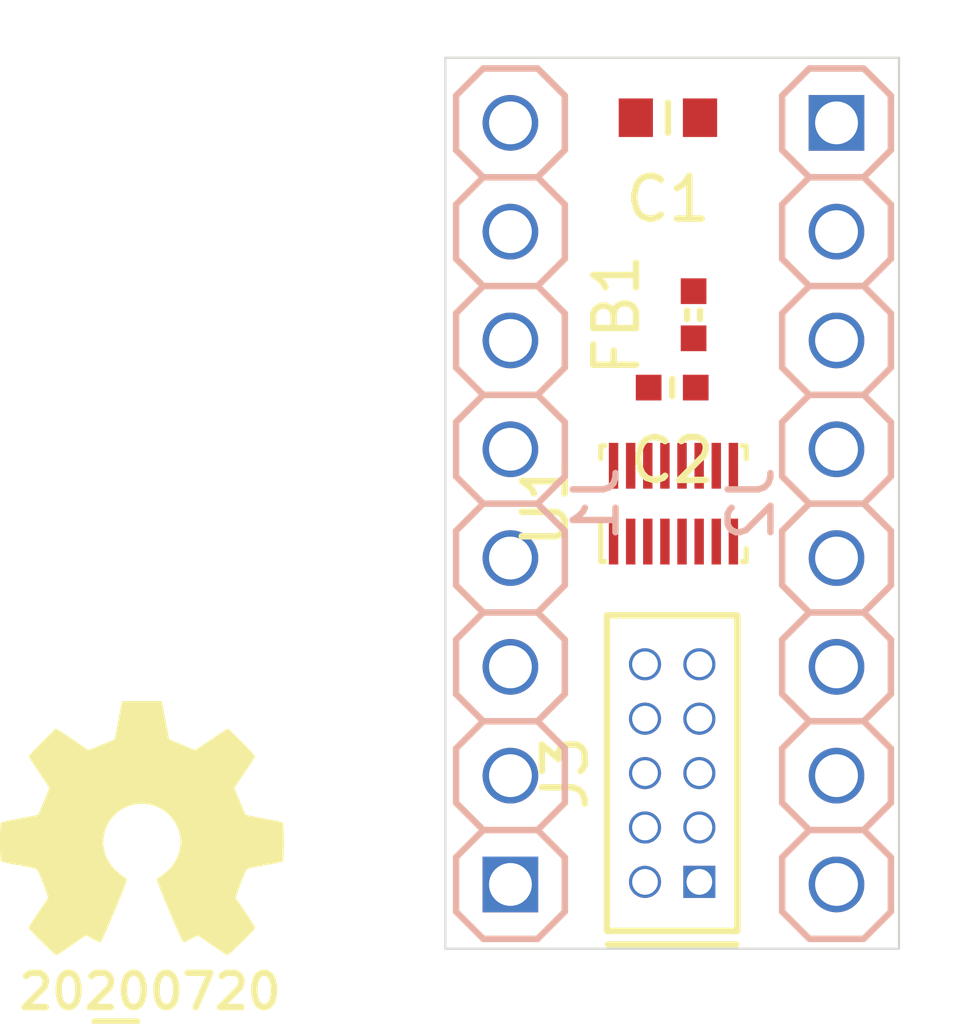
<source format=kicad_pcb>
(kicad_pcb (version 20171130) (host pcbnew 5.1.6-c6e7f7d~87~ubuntu19.10.1)

  (general
    (thickness 1.6)
    (drawings 4)
    (tracks 0)
    (zones 0)
    (modules 9)
    (nets 32)
  )

  (page A4)
  (layers
    (0 F.Cu signal)
    (31 B.Cu signal)
    (32 B.Adhes user)
    (33 F.Adhes user)
    (34 B.Paste user)
    (35 F.Paste user)
    (36 B.SilkS user)
    (37 F.SilkS user)
    (38 B.Mask user)
    (39 F.Mask user)
    (40 Dwgs.User user)
    (41 Cmts.User user)
    (42 Eco1.User user)
    (43 Eco2.User user)
    (44 Edge.Cuts user)
    (45 Margin user)
    (46 B.CrtYd user)
    (47 F.CrtYd user)
    (48 B.Fab user)
    (49 F.Fab user)
  )

  (setup
    (last_trace_width 0.25)
    (user_trace_width 0.2)
    (user_trace_width 0.3)
    (user_trace_width 0.4)
    (user_trace_width 0.6)
    (user_trace_width 0.8)
    (user_trace_width 1)
    (user_trace_width 1.2)
    (user_trace_width 1.4)
    (user_trace_width 1.6)
    (user_trace_width 2)
    (trace_clearance 0.2)
    (zone_clearance 0.508)
    (zone_45_only no)
    (trace_min 0.1524)
    (via_size 0.8)
    (via_drill 0.4)
    (via_min_size 0.381)
    (via_min_drill 0.254)
    (user_via 0.4 0.254)
    (user_via 0.5 0.3)
    (user_via 0.6 0.4)
    (user_via 0.8 0.6)
    (user_via 1.1 0.8)
    (user_via 1.3 1)
    (user_via 1.5 1.2)
    (user_via 1.7 1.4)
    (user_via 1.9 1.6)
    (user_via 2.5 2)
    (uvia_size 0.3)
    (uvia_drill 0.1)
    (uvias_allowed no)
    (uvia_min_size 0.2)
    (uvia_min_drill 0.1)
    (edge_width 0.05)
    (segment_width 0.2)
    (pcb_text_width 0.3)
    (pcb_text_size 1.5 1.5)
    (mod_edge_width 0.12)
    (mod_text_size 0.8 0.8)
    (mod_text_width 0.12)
    (pad_size 1.524 1.524)
    (pad_drill 0.762)
    (pad_to_mask_clearance 0.0762)
    (solder_mask_min_width 0.1016)
    (pad_to_paste_clearance_ratio -0.1)
    (aux_axis_origin 0 0)
    (visible_elements FFFFFF7F)
    (pcbplotparams
      (layerselection 0x010fc_ffffffff)
      (usegerberextensions false)
      (usegerberattributes true)
      (usegerberadvancedattributes true)
      (creategerberjobfile true)
      (excludeedgelayer true)
      (linewidth 0.100000)
      (plotframeref false)
      (viasonmask false)
      (mode 1)
      (useauxorigin false)
      (hpglpennumber 1)
      (hpglpenspeed 20)
      (hpglpendiameter 15.000000)
      (psnegative false)
      (psa4output false)
      (plotreference true)
      (plotvalue true)
      (plotinvisibletext false)
      (padsonsilk false)
      (subtractmaskfromsilk false)
      (outputformat 1)
      (mirror false)
      (drillshape 1)
      (scaleselection 1)
      (outputdirectory ""))
  )

  (net 0 "")
  (net 1 "Net-(J1-Pad8)")
  (net 2 "Net-(J1-Pad7)")
  (net 3 "Net-(J1-Pad6)")
  (net 4 "Net-(J1-Pad5)")
  (net 5 "Net-(J2-Pad4)")
  (net 6 "Net-(J2-Pad3)")
  (net 7 "Net-(J2-Pad2)")
  (net 8 "Net-(J2-Pad1)")
  (net 9 /VSS)
  (net 10 /VDD)
  (net 11 "Net-(C2-Pad1)")
  (net 12 /PIO0_4)
  (net 13 /PIO0_5)
  (net 14 /PIO0_12)
  (net 15 /PIO0_13)
  (net 16 /PIO0_10)
  (net 17 /PIO0_11)
  (net 18 /PIO0_2)
  (net 19 /PIO0_3)
  (net 20 /PIO0_1)
  (net 21 /PIO0_9)
  (net 22 /PIO0_8)
  (net 23 /PIO0_7)
  (net 24 /PIO0_6)
  (net 25 /PIO0_0)
  (net 26 "Net-(J3-Pad10)")
  (net 27 "Net-(J3-Pad8)")
  (net 28 "Net-(J3-Pad7)")
  (net 29 "Net-(J3-Pad6)")
  (net 30 "Net-(J3-Pad4)")
  (net 31 "Net-(J3-Pad2)")

  (net_class Default "This is the default net class."
    (clearance 0.2)
    (trace_width 0.25)
    (via_dia 0.8)
    (via_drill 0.4)
    (uvia_dia 0.3)
    (uvia_drill 0.1)
    (add_net /PIO0_0)
    (add_net /PIO0_1)
    (add_net /PIO0_10)
    (add_net /PIO0_11)
    (add_net /PIO0_12)
    (add_net /PIO0_13)
    (add_net /PIO0_2)
    (add_net /PIO0_3)
    (add_net /PIO0_4)
    (add_net /PIO0_5)
    (add_net /PIO0_6)
    (add_net /PIO0_7)
    (add_net /PIO0_8)
    (add_net /PIO0_9)
    (add_net /VDD)
    (add_net /VSS)
    (add_net "Net-(C2-Pad1)")
    (add_net "Net-(J1-Pad5)")
    (add_net "Net-(J1-Pad6)")
    (add_net "Net-(J1-Pad7)")
    (add_net "Net-(J1-Pad8)")
    (add_net "Net-(J2-Pad1)")
    (add_net "Net-(J2-Pad2)")
    (add_net "Net-(J2-Pad3)")
    (add_net "Net-(J2-Pad4)")
    (add_net "Net-(J3-Pad10)")
    (add_net "Net-(J3-Pad2)")
    (add_net "Net-(J3-Pad4)")
    (add_net "Net-(J3-Pad6)")
    (add_net "Net-(J3-Pad7)")
    (add_net "Net-(J3-Pad8)")
  )

  (module SquantorConnectors:Header-0127-2X05-H006 (layer F.Cu) (tedit 5D56B1A1) (tstamp 5F16185E)
    (at 151.1 86.3 90)
    (descr "Header 1.27 2by5 pins")
    (tags "Header 1.27")
    (path /5F1920CA)
    (fp_text reference J3 (at 0 -2.5 90) (layer F.SilkS)
      (effects (font (size 1 1) (thickness 0.15)))
    )
    (fp_text value JTAG_2X05_IN (at 0 2.5 90) (layer F.Fab)
      (effects (font (size 1 1) (thickness 0.15)))
    )
    (fp_line (start -4 -1.5) (end -4 1.5) (layer F.SilkS) (width 0.15))
    (fp_line (start -3.683 1.524) (end -3.683 -1.524) (layer F.SilkS) (width 0.15))
    (fp_line (start 3.683 1.524) (end -3.683 1.524) (layer F.SilkS) (width 0.15))
    (fp_line (start 3.683 -1.524) (end 3.683 1.524) (layer F.SilkS) (width 0.15))
    (fp_line (start -3.683 -1.524) (end 3.683 -1.524) (layer F.SilkS) (width 0.15))
    (pad 10 thru_hole circle (at 2.54 -0.635 90) (size 0.75 0.75) (drill 0.6) (layers *.Cu *.Mask)
      (net 26 "Net-(J3-Pad10)"))
    (pad 9 thru_hole circle (at 2.54 0.635 90) (size 0.75 0.75) (drill 0.6) (layers *.Cu *.Mask)
      (net 9 /VSS))
    (pad 8 thru_hole circle (at 1.27 -0.635 90) (size 0.75 0.75) (drill 0.6) (layers *.Cu *.Mask)
      (net 27 "Net-(J3-Pad8)"))
    (pad 7 thru_hole circle (at 1.27 0.635 90) (size 0.75 0.75) (drill 0.6) (layers *.Cu *.Mask)
      (net 28 "Net-(J3-Pad7)"))
    (pad 6 thru_hole circle (at 0 -0.635 90) (size 0.75 0.75) (drill 0.6) (layers *.Cu *.Mask)
      (net 29 "Net-(J3-Pad6)"))
    (pad 5 thru_hole circle (at 0 0.635 90) (size 0.75 0.75) (drill 0.6) (layers *.Cu *.Mask)
      (net 9 /VSS))
    (pad 4 thru_hole circle (at -1.27 -0.635 90) (size 0.75 0.75) (drill 0.6) (layers *.Cu *.Mask)
      (net 30 "Net-(J3-Pad4)"))
    (pad 3 thru_hole circle (at -1.27 0.635 90) (size 0.75 0.75) (drill 0.6) (layers *.Cu *.Mask)
      (net 9 /VSS))
    (pad 2 thru_hole circle (at -2.54 -0.635 90) (size 0.75 0.75) (drill 0.6) (layers *.Cu *.Mask)
      (net 31 "Net-(J3-Pad2)"))
    (pad 1 thru_hole rect (at -2.54 0.635 90) (size 0.75 0.75) (drill 0.6) (layers *.Cu *.Mask)
      (net 10 /VDD))
    (model ${KISYS3DMOD}/Connector_PinHeader_1.27mm.3dshapes/PinHeader_2x05_P1.27mm_Vertical.wrl
      (offset (xyz -2.54 -0.635 0))
      (scale (xyz 1 1 1))
      (rotate (xyz 0 0 -90))
    )
  )

  (module SquantorRcl:L_0402 (layer F.Cu) (tedit 5D554A2D) (tstamp 5F160AAF)
    (at 151.6 75.6 90)
    (descr "Inductor SMD 0402")
    (tags "Inductor 0402")
    (path /5F172199)
    (attr smd)
    (fp_text reference FB1 (at 0 -1.8 90) (layer F.SilkS)
      (effects (font (size 1 1) (thickness 0.15)))
    )
    (fp_text value 600 (at 0 1.8 90) (layer F.Fab)
      (effects (font (size 1 1) (thickness 0.15)))
    )
    (fp_line (start -0.5 0.25) (end -0.5 -0.25) (layer F.Fab) (width 0.1))
    (fp_line (start 0.5 0.25) (end -0.5 0.25) (layer F.Fab) (width 0.1))
    (fp_line (start 0.5 -0.25) (end 0.5 0.25) (layer F.Fab) (width 0.1))
    (fp_line (start -0.5 -0.25) (end 0.5 -0.25) (layer F.Fab) (width 0.1))
    (fp_line (start -1.1 -0.55) (end 1.1 -0.55) (layer F.CrtYd) (width 0.05))
    (fp_line (start -1.1 0.55) (end 1.1 0.55) (layer F.CrtYd) (width 0.05))
    (fp_line (start -1.1 -0.55) (end -1.1 0.55) (layer F.CrtYd) (width 0.05))
    (fp_line (start 1.1 -0.55) (end 1.1 0.55) (layer F.CrtYd) (width 0.05))
    (fp_line (start -0.1 -0.15) (end 0.1 -0.15) (layer F.SilkS) (width 0.15))
    (fp_line (start -0.1 0.15) (end 0.1 0.15) (layer F.SilkS) (width 0.15))
    (pad 2 smd rect (at 0.55 0 90) (size 0.6 0.6) (layers F.Cu F.Paste F.Mask)
      (net 10 /VDD))
    (pad 1 smd rect (at -0.55 0 90) (size 0.6 0.6) (layers F.Cu F.Paste F.Mask)
      (net 11 "Net-(C2-Pad1)"))
    (model ${KISYS3DMOD}/Inductor_SMD.3dshapes/L_0402_1005Metric.step
      (at (xyz 0 0 0))
      (scale (xyz 1 1 1))
      (rotate (xyz 0 0 0))
    )
  )

  (module SquantorRcl:C_0402 (layer F.Cu) (tedit 5D442507) (tstamp 5F160A9F)
    (at 151.1 77.3 180)
    (descr "Capacitor SMD 0402, reflow soldering, AVX (see smccp.pdf)")
    (tags "capacitor 0402")
    (path /5F174129)
    (attr smd)
    (fp_text reference C2 (at 0 -1.7) (layer F.SilkS)
      (effects (font (size 1 1) (thickness 0.15)))
    )
    (fp_text value 1u (at 0 1.7) (layer F.Fab)
      (effects (font (size 1 1) (thickness 0.15)))
    )
    (fp_line (start -0.5 0.25) (end -0.5 -0.25) (layer F.Fab) (width 0.1))
    (fp_line (start 0.5 0.25) (end -0.5 0.25) (layer F.Fab) (width 0.1))
    (fp_line (start 0.5 -0.25) (end 0.5 0.25) (layer F.Fab) (width 0.1))
    (fp_line (start -0.5 -0.25) (end 0.5 -0.25) (layer F.Fab) (width 0.1))
    (fp_line (start -1.1 -0.55) (end 1.1 -0.55) (layer F.CrtYd) (width 0.05))
    (fp_line (start -1.1 0.55) (end 1.1 0.55) (layer F.CrtYd) (width 0.05))
    (fp_line (start -1.1 -0.55) (end -1.1 0.55) (layer F.CrtYd) (width 0.05))
    (fp_line (start 1.1 -0.55) (end 1.1 0.55) (layer F.CrtYd) (width 0.05))
    (fp_line (start 0 -0.2) (end 0 0.2) (layer F.SilkS) (width 0.15))
    (pad 2 smd rect (at 0.55 0 180) (size 0.6 0.6) (layers F.Cu F.Paste F.Mask)
      (net 9 /VSS))
    (pad 1 smd rect (at -0.55 0 180) (size 0.6 0.6) (layers F.Cu F.Paste F.Mask)
      (net 11 "Net-(C2-Pad1)"))
    (model ${KISYS3DMOD}/Capacitor_SMD.3dshapes/C_0402_1005Metric.step
      (at (xyz 0 0 0))
      (scale (xyz 1 1 1))
      (rotate (xyz 0 0 0))
    )
  )

  (module SquantorRcl:C_0603 (layer F.Cu) (tedit 5D4422AA) (tstamp 5F160A90)
    (at 151 71 180)
    (descr "Capacitor SMD 0603, reflow soldering, AVX (see smccp.pdf)")
    (tags "capacitor 0603")
    (path /5F17B143)
    (attr smd)
    (fp_text reference C1 (at 0 -1.9) (layer F.SilkS)
      (effects (font (size 1 1) (thickness 0.15)))
    )
    (fp_text value 10u (at 0 1.9) (layer F.Fab)
      (effects (font (size 1 1) (thickness 0.15)))
    )
    (fp_line (start -0.8 0.4) (end -0.8 -0.4) (layer F.Fab) (width 0.1))
    (fp_line (start 0.8 0.4) (end -0.8 0.4) (layer F.Fab) (width 0.1))
    (fp_line (start 0.8 -0.4) (end 0.8 0.4) (layer F.Fab) (width 0.1))
    (fp_line (start -0.8 -0.4) (end 0.8 -0.4) (layer F.Fab) (width 0.1))
    (fp_line (start -1.4 -0.7) (end 1.4 -0.7) (layer F.CrtYd) (width 0.05))
    (fp_line (start -1.4 0.7) (end 1.4 0.7) (layer F.CrtYd) (width 0.05))
    (fp_line (start -1.4 -0.7) (end -1.4 0.7) (layer F.CrtYd) (width 0.05))
    (fp_line (start 1.4 -0.7) (end 1.4 0.7) (layer F.CrtYd) (width 0.05))
    (fp_line (start 0 -0.35) (end 0 0.35) (layer F.SilkS) (width 0.15))
    (pad 2 smd rect (at 0.75 0 180) (size 0.8 0.9) (layers F.Cu F.Paste F.Mask)
      (net 9 /VSS))
    (pad 1 smd rect (at -0.75 0 180) (size 0.8 0.9) (layers F.Cu F.Paste F.Mask)
      (net 10 /VDD))
    (model ${KISYS3DMOD}/Capacitor_SMD.3dshapes/C_0603_1608Metric.step
      (at (xyz 0 0 0))
      (scale (xyz 1 1 1))
      (rotate (xyz 0 0 0))
    )
  )

  (module Package_SON:NXP_XSON-16 (layer F.Cu) (tedit 5A02F1D8) (tstamp 5F160381)
    (at 151.13 80.01 90)
    (descr http://www.nxp.com/documents/outline_drawing/SOT1341-1.pdf)
    (tags "NXP XSON SOT-1341")
    (path /5F164C20)
    (attr smd)
    (fp_text reference U1 (at 0 -3 90) (layer F.SilkS)
      (effects (font (size 1 1) (thickness 0.15)))
    )
    (fp_text value LPC812M101JTB16 (at 0 3 90) (layer F.Fab)
      (effects (font (size 1 1) (thickness 0.15)))
    )
    (fp_text user %R (at 0 0 90) (layer F.Fab)
      (effects (font (size 0.6 0.6) (thickness 0.1)))
    )
    (fp_line (start 1.35 -1.7) (end 1.35 -1.6) (layer F.SilkS) (width 0.12))
    (fp_line (start 1.35 -1.7) (end 1.05 -1.7) (layer F.SilkS) (width 0.12))
    (fp_line (start -0.65 -1.6) (end -1.25 -1) (layer F.Fab) (width 0.1))
    (fp_line (start 1.25 -1.6) (end 1.25 1.6) (layer F.Fab) (width 0.1))
    (fp_line (start -1.25 1.6) (end 1.25 1.6) (layer F.Fab) (width 0.1))
    (fp_line (start -0.625 -1.6) (end 1.25 -1.6) (layer F.Fab) (width 0.1))
    (fp_line (start -1.25 -0.975) (end -1.25 1.6) (layer F.Fab) (width 0.1))
    (fp_line (start 1.35 1.7) (end 1.05 1.7) (layer F.SilkS) (width 0.12))
    (fp_line (start 1.35 1.6) (end 1.35 1.7) (layer F.SilkS) (width 0.12))
    (fp_line (start -1.35 1.6) (end -1.35 1.7) (layer F.SilkS) (width 0.12))
    (fp_line (start -1.35 1.7) (end -1.05 1.7) (layer F.SilkS) (width 0.12))
    (fp_line (start -1.35 -1.7) (end -1.35 -1.6) (layer F.SilkS) (width 0.12))
    (fp_line (start -1.35 -1.7) (end -0.35 -1.7) (layer F.SilkS) (width 0.12))
    (fp_line (start -1.67 -1.85) (end 1.67 -1.85) (layer F.CrtYd) (width 0.05))
    (fp_line (start -1.67 -1.85) (end -1.67 1.85) (layer F.CrtYd) (width 0.05))
    (fp_line (start 1.67 1.85) (end 1.67 -1.85) (layer F.CrtYd) (width 0.05))
    (fp_line (start 1.67 1.85) (end -1.67 1.85) (layer F.CrtYd) (width 0.05))
    (pad 9 smd rect (at 0.885 1.4 90) (size 1.07 0.22) (layers F.Cu F.Paste F.Mask)
      (net 20 /PIO0_1))
    (pad 10 smd rect (at 0.885 1 90) (size 1.07 0.22) (layers F.Cu F.Paste F.Mask)
      (net 21 /PIO0_9))
    (pad 11 smd rect (at 0.885 0.6 90) (size 1.07 0.22) (layers F.Cu F.Paste F.Mask)
      (net 22 /PIO0_8))
    (pad 12 smd rect (at 0.885 0.2 90) (size 1.07 0.22) (layers F.Cu F.Paste F.Mask)
      (net 11 "Net-(C2-Pad1)"))
    (pad 13 smd rect (at 0.885 -0.2 90) (size 1.07 0.22) (layers F.Cu F.Paste F.Mask)
      (net 9 /VSS))
    (pad 14 smd rect (at 0.885 -0.6 90) (size 1.07 0.22) (layers F.Cu F.Paste F.Mask)
      (net 23 /PIO0_7))
    (pad 15 smd rect (at 0.885 -1 90) (size 1.07 0.22) (layers F.Cu F.Paste F.Mask)
      (net 24 /PIO0_6))
    (pad 8 smd rect (at -0.885 1.4 90) (size 1.07 0.22) (layers F.Cu F.Paste F.Mask)
      (net 16 /PIO0_10))
    (pad 7 smd rect (at -0.885 1 90) (size 1.07 0.22) (layers F.Cu F.Paste F.Mask)
      (net 17 /PIO0_11))
    (pad 6 smd rect (at -0.885 0.6 90) (size 1.07 0.22) (layers F.Cu F.Paste F.Mask)
      (net 18 /PIO0_2))
    (pad 5 smd rect (at -0.885 0.2 90) (size 1.07 0.22) (layers F.Cu F.Paste F.Mask)
      (net 19 /PIO0_3))
    (pad 4 smd rect (at -0.885 -0.2 90) (size 1.07 0.22) (layers F.Cu F.Paste F.Mask)
      (net 12 /PIO0_4))
    (pad 3 smd rect (at -0.885 -0.6 90) (size 1.07 0.22) (layers F.Cu F.Paste F.Mask)
      (net 13 /PIO0_5))
    (pad 2 smd rect (at -0.885 -1 90) (size 1.07 0.22) (layers F.Cu F.Paste F.Mask)
      (net 14 /PIO0_12))
    (pad 16 smd rect (at 0.885 -1.4 90) (size 1.07 0.22) (layers F.Cu F.Paste F.Mask)
      (net 25 /PIO0_0))
    (pad 1 smd rect (at -0.885 -1.4 90) (size 1.07 0.22) (layers F.Cu F.Paste F.Mask)
      (net 15 /PIO0_13))
    (model ${KISYS3DMOD}/Package_SON.3dshapes/NXP_XSON-16.wrl
      (at (xyz 0 0 0))
      (scale (xyz 1 1 1))
      (rotate (xyz 0 0 0))
    )
  )

  (module SquantorConnectors:Header-0254-1X08-H010 locked (layer B.Cu) (tedit 5BE200AE) (tstamp 5F15FDC8)
    (at 154.94 80.01 270)
    (descr "PIN HEADER")
    (tags "PIN HEADER")
    (path /5F16CA69)
    (attr virtual)
    (fp_text reference J2 (at 0 2 270) (layer B.SilkS)
      (effects (font (size 1 1) (thickness 0.15)) (justify mirror))
    )
    (fp_text value Conn_01x08 (at 0 -2.1 270) (layer B.Fab)
      (effects (font (size 1 1) (thickness 0.15)) (justify mirror))
    )
    (fp_line (start 5.715 1.27) (end 6.985 1.27) (layer B.SilkS) (width 0.1524))
    (fp_line (start 6.985 1.27) (end 7.62 0.635) (layer B.SilkS) (width 0.1524))
    (fp_line (start 7.62 0.635) (end 7.62 -0.635) (layer B.SilkS) (width 0.1524))
    (fp_line (start 7.62 -0.635) (end 6.985 -1.27) (layer B.SilkS) (width 0.1524))
    (fp_line (start 2.54 0.635) (end 3.175 1.27) (layer B.SilkS) (width 0.1524))
    (fp_line (start 3.175 1.27) (end 4.445 1.27) (layer B.SilkS) (width 0.1524))
    (fp_line (start 4.445 1.27) (end 5.08 0.635) (layer B.SilkS) (width 0.1524))
    (fp_line (start 5.08 0.635) (end 5.08 -0.635) (layer B.SilkS) (width 0.1524))
    (fp_line (start 5.08 -0.635) (end 4.445 -1.27) (layer B.SilkS) (width 0.1524))
    (fp_line (start 4.445 -1.27) (end 3.175 -1.27) (layer B.SilkS) (width 0.1524))
    (fp_line (start 3.175 -1.27) (end 2.54 -0.635) (layer B.SilkS) (width 0.1524))
    (fp_line (start 5.715 1.27) (end 5.08 0.635) (layer B.SilkS) (width 0.1524))
    (fp_line (start 5.08 -0.635) (end 5.715 -1.27) (layer B.SilkS) (width 0.1524))
    (fp_line (start 6.985 -1.27) (end 5.715 -1.27) (layer B.SilkS) (width 0.1524))
    (fp_line (start -1.905 1.27) (end -0.635 1.27) (layer B.SilkS) (width 0.1524))
    (fp_line (start -0.635 1.27) (end 0 0.635) (layer B.SilkS) (width 0.1524))
    (fp_line (start 0 0.635) (end 0 -0.635) (layer B.SilkS) (width 0.1524))
    (fp_line (start 0 -0.635) (end -0.635 -1.27) (layer B.SilkS) (width 0.1524))
    (fp_line (start 0 0.635) (end 0.635 1.27) (layer B.SilkS) (width 0.1524))
    (fp_line (start 0.635 1.27) (end 1.905 1.27) (layer B.SilkS) (width 0.1524))
    (fp_line (start 1.905 1.27) (end 2.54 0.635) (layer B.SilkS) (width 0.1524))
    (fp_line (start 2.54 0.635) (end 2.54 -0.635) (layer B.SilkS) (width 0.1524))
    (fp_line (start 2.54 -0.635) (end 1.905 -1.27) (layer B.SilkS) (width 0.1524))
    (fp_line (start 1.905 -1.27) (end 0.635 -1.27) (layer B.SilkS) (width 0.1524))
    (fp_line (start 0.635 -1.27) (end 0 -0.635) (layer B.SilkS) (width 0.1524))
    (fp_line (start -5.08 0.635) (end -4.445 1.27) (layer B.SilkS) (width 0.1524))
    (fp_line (start -4.445 1.27) (end -3.175 1.27) (layer B.SilkS) (width 0.1524))
    (fp_line (start -3.175 1.27) (end -2.54 0.635) (layer B.SilkS) (width 0.1524))
    (fp_line (start -2.54 0.635) (end -2.54 -0.635) (layer B.SilkS) (width 0.1524))
    (fp_line (start -2.54 -0.635) (end -3.175 -1.27) (layer B.SilkS) (width 0.1524))
    (fp_line (start -3.175 -1.27) (end -4.445 -1.27) (layer B.SilkS) (width 0.1524))
    (fp_line (start -4.445 -1.27) (end -5.08 -0.635) (layer B.SilkS) (width 0.1524))
    (fp_line (start -1.905 1.27) (end -2.54 0.635) (layer B.SilkS) (width 0.1524))
    (fp_line (start -2.54 -0.635) (end -1.905 -1.27) (layer B.SilkS) (width 0.1524))
    (fp_line (start -0.635 -1.27) (end -1.905 -1.27) (layer B.SilkS) (width 0.1524))
    (fp_line (start -9.525 1.27) (end -8.255 1.27) (layer B.SilkS) (width 0.1524))
    (fp_line (start -8.255 1.27) (end -7.62 0.635) (layer B.SilkS) (width 0.1524))
    (fp_line (start -7.62 0.635) (end -7.62 -0.635) (layer B.SilkS) (width 0.1524))
    (fp_line (start -7.62 -0.635) (end -8.255 -1.27) (layer B.SilkS) (width 0.1524))
    (fp_line (start -7.62 0.635) (end -6.985 1.27) (layer B.SilkS) (width 0.1524))
    (fp_line (start -6.985 1.27) (end -5.715 1.27) (layer B.SilkS) (width 0.1524))
    (fp_line (start -5.715 1.27) (end -5.08 0.635) (layer B.SilkS) (width 0.1524))
    (fp_line (start -5.08 0.635) (end -5.08 -0.635) (layer B.SilkS) (width 0.1524))
    (fp_line (start -5.08 -0.635) (end -5.715 -1.27) (layer B.SilkS) (width 0.1524))
    (fp_line (start -5.715 -1.27) (end -6.985 -1.27) (layer B.SilkS) (width 0.1524))
    (fp_line (start -6.985 -1.27) (end -7.62 -0.635) (layer B.SilkS) (width 0.1524))
    (fp_line (start -10.16 0.635) (end -10.16 -0.635) (layer B.SilkS) (width 0.1524))
    (fp_line (start -9.525 1.27) (end -10.16 0.635) (layer B.SilkS) (width 0.1524))
    (fp_line (start -10.16 -0.635) (end -9.525 -1.27) (layer B.SilkS) (width 0.1524))
    (fp_line (start -8.255 -1.27) (end -9.525 -1.27) (layer B.SilkS) (width 0.1524))
    (fp_line (start 8.255 1.27) (end 9.525 1.27) (layer B.SilkS) (width 0.1524))
    (fp_line (start 9.525 1.27) (end 10.16 0.635) (layer B.SilkS) (width 0.1524))
    (fp_line (start 10.16 0.635) (end 10.16 -0.635) (layer B.SilkS) (width 0.1524))
    (fp_line (start 10.16 -0.635) (end 9.525 -1.27) (layer B.SilkS) (width 0.1524))
    (fp_line (start 8.255 1.27) (end 7.62 0.635) (layer B.SilkS) (width 0.1524))
    (fp_line (start 7.62 -0.635) (end 8.255 -1.27) (layer B.SilkS) (width 0.1524))
    (fp_line (start 9.525 -1.27) (end 8.255 -1.27) (layer B.SilkS) (width 0.1524))
    (pad 8 thru_hole circle (at 8.89 0 90) (size 1.3 1.3) (drill 1) (layers *.Cu *.Mask)
      (net 19 /PIO0_3))
    (pad 7 thru_hole circle (at 6.35 0 90) (size 1.3 1.3) (drill 1) (layers *.Cu *.Mask)
      (net 18 /PIO0_2))
    (pad 6 thru_hole circle (at 3.81 0 90) (size 1.3 1.3) (drill 1) (layers *.Cu *.Mask)
      (net 17 /PIO0_11))
    (pad 5 thru_hole circle (at 1.27 0 90) (size 1.3 1.3) (drill 1) (layers *.Cu *.Mask)
      (net 16 /PIO0_10))
    (pad 4 thru_hole circle (at -1.27 0 90) (size 1.3 1.3) (drill 1) (layers *.Cu *.Mask)
      (net 5 "Net-(J2-Pad4)"))
    (pad 3 thru_hole circle (at -3.81 0 90) (size 1.3 1.3) (drill 1) (layers *.Cu *.Mask)
      (net 6 "Net-(J2-Pad3)"))
    (pad 2 thru_hole circle (at -6.35 0 90) (size 1.3 1.3) (drill 1) (layers *.Cu *.Mask)
      (net 7 "Net-(J2-Pad2)"))
    (pad 1 thru_hole rect (at -8.89 0 90) (size 1.3 1.3) (drill 1) (layers *.Cu *.Mask)
      (net 8 "Net-(J2-Pad1)"))
  )

  (module SquantorConnectors:Header-0254-1X08-H010 locked (layer B.Cu) (tedit 5BE200AE) (tstamp 5F15FD83)
    (at 147.32 80.01 90)
    (descr "PIN HEADER")
    (tags "PIN HEADER")
    (path /5F16BEEF)
    (attr virtual)
    (fp_text reference J1 (at 0 2 270) (layer B.SilkS)
      (effects (font (size 1 1) (thickness 0.15)) (justify mirror))
    )
    (fp_text value Conn_01x08 (at 0 -2.1 270) (layer B.Fab)
      (effects (font (size 1 1) (thickness 0.15)) (justify mirror))
    )
    (fp_line (start 5.715 1.27) (end 6.985 1.27) (layer B.SilkS) (width 0.1524))
    (fp_line (start 6.985 1.27) (end 7.62 0.635) (layer B.SilkS) (width 0.1524))
    (fp_line (start 7.62 0.635) (end 7.62 -0.635) (layer B.SilkS) (width 0.1524))
    (fp_line (start 7.62 -0.635) (end 6.985 -1.27) (layer B.SilkS) (width 0.1524))
    (fp_line (start 2.54 0.635) (end 3.175 1.27) (layer B.SilkS) (width 0.1524))
    (fp_line (start 3.175 1.27) (end 4.445 1.27) (layer B.SilkS) (width 0.1524))
    (fp_line (start 4.445 1.27) (end 5.08 0.635) (layer B.SilkS) (width 0.1524))
    (fp_line (start 5.08 0.635) (end 5.08 -0.635) (layer B.SilkS) (width 0.1524))
    (fp_line (start 5.08 -0.635) (end 4.445 -1.27) (layer B.SilkS) (width 0.1524))
    (fp_line (start 4.445 -1.27) (end 3.175 -1.27) (layer B.SilkS) (width 0.1524))
    (fp_line (start 3.175 -1.27) (end 2.54 -0.635) (layer B.SilkS) (width 0.1524))
    (fp_line (start 5.715 1.27) (end 5.08 0.635) (layer B.SilkS) (width 0.1524))
    (fp_line (start 5.08 -0.635) (end 5.715 -1.27) (layer B.SilkS) (width 0.1524))
    (fp_line (start 6.985 -1.27) (end 5.715 -1.27) (layer B.SilkS) (width 0.1524))
    (fp_line (start -1.905 1.27) (end -0.635 1.27) (layer B.SilkS) (width 0.1524))
    (fp_line (start -0.635 1.27) (end 0 0.635) (layer B.SilkS) (width 0.1524))
    (fp_line (start 0 0.635) (end 0 -0.635) (layer B.SilkS) (width 0.1524))
    (fp_line (start 0 -0.635) (end -0.635 -1.27) (layer B.SilkS) (width 0.1524))
    (fp_line (start 0 0.635) (end 0.635 1.27) (layer B.SilkS) (width 0.1524))
    (fp_line (start 0.635 1.27) (end 1.905 1.27) (layer B.SilkS) (width 0.1524))
    (fp_line (start 1.905 1.27) (end 2.54 0.635) (layer B.SilkS) (width 0.1524))
    (fp_line (start 2.54 0.635) (end 2.54 -0.635) (layer B.SilkS) (width 0.1524))
    (fp_line (start 2.54 -0.635) (end 1.905 -1.27) (layer B.SilkS) (width 0.1524))
    (fp_line (start 1.905 -1.27) (end 0.635 -1.27) (layer B.SilkS) (width 0.1524))
    (fp_line (start 0.635 -1.27) (end 0 -0.635) (layer B.SilkS) (width 0.1524))
    (fp_line (start -5.08 0.635) (end -4.445 1.27) (layer B.SilkS) (width 0.1524))
    (fp_line (start -4.445 1.27) (end -3.175 1.27) (layer B.SilkS) (width 0.1524))
    (fp_line (start -3.175 1.27) (end -2.54 0.635) (layer B.SilkS) (width 0.1524))
    (fp_line (start -2.54 0.635) (end -2.54 -0.635) (layer B.SilkS) (width 0.1524))
    (fp_line (start -2.54 -0.635) (end -3.175 -1.27) (layer B.SilkS) (width 0.1524))
    (fp_line (start -3.175 -1.27) (end -4.445 -1.27) (layer B.SilkS) (width 0.1524))
    (fp_line (start -4.445 -1.27) (end -5.08 -0.635) (layer B.SilkS) (width 0.1524))
    (fp_line (start -1.905 1.27) (end -2.54 0.635) (layer B.SilkS) (width 0.1524))
    (fp_line (start -2.54 -0.635) (end -1.905 -1.27) (layer B.SilkS) (width 0.1524))
    (fp_line (start -0.635 -1.27) (end -1.905 -1.27) (layer B.SilkS) (width 0.1524))
    (fp_line (start -9.525 1.27) (end -8.255 1.27) (layer B.SilkS) (width 0.1524))
    (fp_line (start -8.255 1.27) (end -7.62 0.635) (layer B.SilkS) (width 0.1524))
    (fp_line (start -7.62 0.635) (end -7.62 -0.635) (layer B.SilkS) (width 0.1524))
    (fp_line (start -7.62 -0.635) (end -8.255 -1.27) (layer B.SilkS) (width 0.1524))
    (fp_line (start -7.62 0.635) (end -6.985 1.27) (layer B.SilkS) (width 0.1524))
    (fp_line (start -6.985 1.27) (end -5.715 1.27) (layer B.SilkS) (width 0.1524))
    (fp_line (start -5.715 1.27) (end -5.08 0.635) (layer B.SilkS) (width 0.1524))
    (fp_line (start -5.08 0.635) (end -5.08 -0.635) (layer B.SilkS) (width 0.1524))
    (fp_line (start -5.08 -0.635) (end -5.715 -1.27) (layer B.SilkS) (width 0.1524))
    (fp_line (start -5.715 -1.27) (end -6.985 -1.27) (layer B.SilkS) (width 0.1524))
    (fp_line (start -6.985 -1.27) (end -7.62 -0.635) (layer B.SilkS) (width 0.1524))
    (fp_line (start -10.16 0.635) (end -10.16 -0.635) (layer B.SilkS) (width 0.1524))
    (fp_line (start -9.525 1.27) (end -10.16 0.635) (layer B.SilkS) (width 0.1524))
    (fp_line (start -10.16 -0.635) (end -9.525 -1.27) (layer B.SilkS) (width 0.1524))
    (fp_line (start -8.255 -1.27) (end -9.525 -1.27) (layer B.SilkS) (width 0.1524))
    (fp_line (start 8.255 1.27) (end 9.525 1.27) (layer B.SilkS) (width 0.1524))
    (fp_line (start 9.525 1.27) (end 10.16 0.635) (layer B.SilkS) (width 0.1524))
    (fp_line (start 10.16 0.635) (end 10.16 -0.635) (layer B.SilkS) (width 0.1524))
    (fp_line (start 10.16 -0.635) (end 9.525 -1.27) (layer B.SilkS) (width 0.1524))
    (fp_line (start 8.255 1.27) (end 7.62 0.635) (layer B.SilkS) (width 0.1524))
    (fp_line (start 7.62 -0.635) (end 8.255 -1.27) (layer B.SilkS) (width 0.1524))
    (fp_line (start 9.525 -1.27) (end 8.255 -1.27) (layer B.SilkS) (width 0.1524))
    (pad 8 thru_hole circle (at 8.89 0 270) (size 1.3 1.3) (drill 1) (layers *.Cu *.Mask)
      (net 1 "Net-(J1-Pad8)"))
    (pad 7 thru_hole circle (at 6.35 0 270) (size 1.3 1.3) (drill 1) (layers *.Cu *.Mask)
      (net 2 "Net-(J1-Pad7)"))
    (pad 6 thru_hole circle (at 3.81 0 270) (size 1.3 1.3) (drill 1) (layers *.Cu *.Mask)
      (net 3 "Net-(J1-Pad6)"))
    (pad 5 thru_hole circle (at 1.27 0 270) (size 1.3 1.3) (drill 1) (layers *.Cu *.Mask)
      (net 4 "Net-(J1-Pad5)"))
    (pad 4 thru_hole circle (at -1.27 0 270) (size 1.3 1.3) (drill 1) (layers *.Cu *.Mask)
      (net 15 /PIO0_13))
    (pad 3 thru_hole circle (at -3.81 0 270) (size 1.3 1.3) (drill 1) (layers *.Cu *.Mask)
      (net 14 /PIO0_12))
    (pad 2 thru_hole circle (at -6.35 0 270) (size 1.3 1.3) (drill 1) (layers *.Cu *.Mask)
      (net 13 /PIO0_5))
    (pad 1 thru_hole rect (at -8.89 0 270) (size 1.3 1.3) (drill 1) (layers *.Cu *.Mask)
      (net 12 /PIO0_4))
  )

  (module Symbol:OSHW-Symbol_6.7x6mm_SilkScreen (layer F.Cu) (tedit 0) (tstamp 5EE12086)
    (at 138.7 87.6)
    (descr "Open Source Hardware Symbol")
    (tags "Logo Symbol OSHW")
    (path /5EE13678)
    (attr virtual)
    (fp_text reference N2 (at 0 0) (layer F.SilkS) hide
      (effects (font (size 1 1) (thickness 0.15)))
    )
    (fp_text value OHWLOGO (at 0.75 0) (layer F.Fab) hide
      (effects (font (size 1 1) (thickness 0.15)))
    )
    (fp_poly (pts (xy 0.555814 -2.531069) (xy 0.639635 -2.086445) (xy 0.94892 -1.958947) (xy 1.258206 -1.831449)
      (xy 1.629246 -2.083754) (xy 1.733157 -2.154004) (xy 1.827087 -2.216728) (xy 1.906652 -2.269062)
      (xy 1.96747 -2.308143) (xy 2.005157 -2.331107) (xy 2.015421 -2.336058) (xy 2.03391 -2.323324)
      (xy 2.07342 -2.288118) (xy 2.129522 -2.234938) (xy 2.197787 -2.168282) (xy 2.273786 -2.092646)
      (xy 2.353092 -2.012528) (xy 2.431275 -1.932426) (xy 2.503907 -1.856836) (xy 2.566559 -1.790255)
      (xy 2.614803 -1.737182) (xy 2.64421 -1.702113) (xy 2.651241 -1.690377) (xy 2.641123 -1.66874)
      (xy 2.612759 -1.621338) (xy 2.569129 -1.552807) (xy 2.513218 -1.467785) (xy 2.448006 -1.370907)
      (xy 2.410219 -1.31565) (xy 2.341343 -1.214752) (xy 2.28014 -1.123701) (xy 2.229578 -1.04703)
      (xy 2.192628 -0.989272) (xy 2.172258 -0.954957) (xy 2.169197 -0.947746) (xy 2.176136 -0.927252)
      (xy 2.195051 -0.879487) (xy 2.223087 -0.811168) (xy 2.257391 -0.729011) (xy 2.295109 -0.63973)
      (xy 2.333387 -0.550042) (xy 2.36937 -0.466662) (xy 2.400206 -0.396306) (xy 2.423039 -0.34569)
      (xy 2.435017 -0.321529) (xy 2.435724 -0.320578) (xy 2.454531 -0.315964) (xy 2.504618 -0.305672)
      (xy 2.580793 -0.290713) (xy 2.677865 -0.272099) (xy 2.790643 -0.250841) (xy 2.856442 -0.238582)
      (xy 2.97695 -0.215638) (xy 3.085797 -0.193805) (xy 3.177476 -0.174278) (xy 3.246481 -0.158252)
      (xy 3.287304 -0.146921) (xy 3.295511 -0.143326) (xy 3.303548 -0.118994) (xy 3.310033 -0.064041)
      (xy 3.31497 0.015108) (xy 3.318364 0.112026) (xy 3.320218 0.220287) (xy 3.320538 0.333465)
      (xy 3.319327 0.445135) (xy 3.31659 0.548868) (xy 3.312331 0.638241) (xy 3.306555 0.706826)
      (xy 3.299267 0.748197) (xy 3.294895 0.75681) (xy 3.268764 0.767133) (xy 3.213393 0.781892)
      (xy 3.136107 0.799352) (xy 3.04423 0.81778) (xy 3.012158 0.823741) (xy 2.857524 0.852066)
      (xy 2.735375 0.874876) (xy 2.641673 0.89308) (xy 2.572384 0.907583) (xy 2.523471 0.919292)
      (xy 2.490897 0.929115) (xy 2.470628 0.937956) (xy 2.458626 0.946724) (xy 2.456947 0.948457)
      (xy 2.440184 0.976371) (xy 2.414614 1.030695) (xy 2.382788 1.104777) (xy 2.34726 1.191965)
      (xy 2.310583 1.285608) (xy 2.275311 1.379052) (xy 2.243996 1.465647) (xy 2.219193 1.53874)
      (xy 2.203454 1.591678) (xy 2.199332 1.617811) (xy 2.199676 1.618726) (xy 2.213641 1.640086)
      (xy 2.245322 1.687084) (xy 2.291391 1.754827) (xy 2.348518 1.838423) (xy 2.413373 1.932982)
      (xy 2.431843 1.959854) (xy 2.497699 2.057275) (xy 2.55565 2.146163) (xy 2.602538 2.221412)
      (xy 2.635207 2.27792) (xy 2.6505 2.310581) (xy 2.651241 2.314593) (xy 2.638392 2.335684)
      (xy 2.602888 2.377464) (xy 2.549293 2.435445) (xy 2.482171 2.505135) (xy 2.406087 2.582045)
      (xy 2.325604 2.661683) (xy 2.245287 2.739561) (xy 2.169699 2.811186) (xy 2.103405 2.87207)
      (xy 2.050969 2.917721) (xy 2.016955 2.94365) (xy 2.007545 2.947883) (xy 1.985643 2.937912)
      (xy 1.9408 2.91102) (xy 1.880321 2.871736) (xy 1.833789 2.840117) (xy 1.749475 2.782098)
      (xy 1.649626 2.713784) (xy 1.549473 2.645579) (xy 1.495627 2.609075) (xy 1.313371 2.4858)
      (xy 1.160381 2.56852) (xy 1.090682 2.604759) (xy 1.031414 2.632926) (xy 0.991311 2.648991)
      (xy 0.981103 2.651226) (xy 0.968829 2.634722) (xy 0.944613 2.588082) (xy 0.910263 2.515609)
      (xy 0.867588 2.421606) (xy 0.818394 2.310374) (xy 0.76449 2.186215) (xy 0.707684 2.053432)
      (xy 0.649782 1.916327) (xy 0.592593 1.779202) (xy 0.537924 1.646358) (xy 0.487584 1.522098)
      (xy 0.44338 1.410725) (xy 0.407119 1.316539) (xy 0.380609 1.243844) (xy 0.365658 1.196941)
      (xy 0.363254 1.180833) (xy 0.382311 1.160286) (xy 0.424036 1.126933) (xy 0.479706 1.087702)
      (xy 0.484378 1.084599) (xy 0.628264 0.969423) (xy 0.744283 0.835053) (xy 0.83143 0.685784)
      (xy 0.888699 0.525913) (xy 0.915086 0.359737) (xy 0.909585 0.191552) (xy 0.87119 0.025655)
      (xy 0.798895 -0.133658) (xy 0.777626 -0.168513) (xy 0.666996 -0.309263) (xy 0.536302 -0.422286)
      (xy 0.390064 -0.506997) (xy 0.232808 -0.562806) (xy 0.069057 -0.589126) (xy -0.096667 -0.58537)
      (xy -0.259838 -0.55095) (xy -0.415935 -0.485277) (xy -0.560433 -0.387765) (xy -0.605131 -0.348187)
      (xy -0.718888 -0.224297) (xy -0.801782 -0.093876) (xy -0.858644 0.052315) (xy -0.890313 0.197088)
      (xy -0.898131 0.35986) (xy -0.872062 0.52344) (xy -0.814755 0.682298) (xy -0.728856 0.830906)
      (xy -0.617014 0.963735) (xy -0.481877 1.075256) (xy -0.464117 1.087011) (xy -0.40785 1.125508)
      (xy -0.365077 1.158863) (xy -0.344628 1.18016) (xy -0.344331 1.180833) (xy -0.348721 1.203871)
      (xy -0.366124 1.256157) (xy -0.394732 1.33339) (xy -0.432735 1.431268) (xy -0.478326 1.545491)
      (xy -0.529697 1.671758) (xy -0.585038 1.805767) (xy -0.642542 1.943218) (xy -0.700399 2.079808)
      (xy -0.756802 2.211237) (xy -0.809942 2.333205) (xy -0.85801 2.441409) (xy -0.899199 2.531549)
      (xy -0.931699 2.599323) (xy -0.953703 2.64043) (xy -0.962564 2.651226) (xy -0.98964 2.642819)
      (xy -1.040303 2.620272) (xy -1.105817 2.587613) (xy -1.141841 2.56852) (xy -1.294832 2.4858)
      (xy -1.477088 2.609075) (xy -1.570125 2.672228) (xy -1.671985 2.741727) (xy -1.767438 2.807165)
      (xy -1.81525 2.840117) (xy -1.882495 2.885273) (xy -1.939436 2.921057) (xy -1.978646 2.942938)
      (xy -1.991381 2.947563) (xy -2.009917 2.935085) (xy -2.050941 2.900252) (xy -2.110475 2.846678)
      (xy -2.184542 2.777983) (xy -2.269165 2.697781) (xy -2.322685 2.646286) (xy -2.416319 2.554286)
      (xy -2.497241 2.471999) (xy -2.562177 2.402945) (xy -2.607858 2.350644) (xy -2.631011 2.318616)
      (xy -2.633232 2.312116) (xy -2.622924 2.287394) (xy -2.594439 2.237405) (xy -2.550937 2.167212)
      (xy -2.495577 2.081875) (xy -2.43152 1.986456) (xy -2.413303 1.959854) (xy -2.346927 1.863167)
      (xy -2.287378 1.776117) (xy -2.237984 1.703595) (xy -2.202075 1.650493) (xy -2.182981 1.621703)
      (xy -2.181136 1.618726) (xy -2.183895 1.595782) (xy -2.198538 1.545336) (xy -2.222513 1.474041)
      (xy -2.253266 1.388547) (xy -2.288244 1.295507) (xy -2.324893 1.201574) (xy -2.360661 1.113399)
      (xy -2.392994 1.037634) (xy -2.419338 0.980931) (xy -2.437142 0.949943) (xy -2.438407 0.948457)
      (xy -2.449294 0.939601) (xy -2.467682 0.930843) (xy -2.497606 0.921277) (xy -2.543103 0.909996)
      (xy -2.608209 0.896093) (xy -2.696961 0.878663) (xy -2.813393 0.856798) (xy -2.961542 0.829591)
      (xy -2.993618 0.823741) (xy -3.088686 0.805374) (xy -3.171565 0.787405) (xy -3.23493 0.771569)
      (xy -3.271458 0.7596) (xy -3.276356 0.75681) (xy -3.284427 0.732072) (xy -3.290987 0.67679)
      (xy -3.296033 0.597389) (xy -3.299559 0.500296) (xy -3.301561 0.391938) (xy -3.302036 0.27874)
      (xy -3.300977 0.167128) (xy -3.298382 0.063529) (xy -3.294246 -0.025632) (xy -3.288563 -0.093928)
      (xy -3.281331 -0.134934) (xy -3.276971 -0.143326) (xy -3.252698 -0.151792) (xy -3.197426 -0.165565)
      (xy -3.116662 -0.18345) (xy -3.015912 -0.204252) (xy -2.900683 -0.226777) (xy -2.837902 -0.238582)
      (xy -2.718787 -0.260849) (xy -2.612565 -0.281021) (xy -2.524427 -0.298085) (xy -2.459566 -0.311031)
      (xy -2.423174 -0.318845) (xy -2.417184 -0.320578) (xy -2.407061 -0.34011) (xy -2.385662 -0.387157)
      (xy -2.355839 -0.454997) (xy -2.320445 -0.536909) (xy -2.282332 -0.626172) (xy -2.244353 -0.716065)
      (xy -2.20936 -0.799865) (xy -2.180206 -0.870853) (xy -2.159743 -0.922306) (xy -2.150823 -0.947503)
      (xy -2.150657 -0.948604) (xy -2.160769 -0.968481) (xy -2.189117 -1.014223) (xy -2.232723 -1.081283)
      (xy -2.288606 -1.165116) (xy -2.353787 -1.261174) (xy -2.391679 -1.31635) (xy -2.460725 -1.417519)
      (xy -2.52205 -1.50937) (xy -2.572663 -1.587256) (xy -2.609571 -1.646531) (xy -2.629782 -1.682549)
      (xy -2.632701 -1.690623) (xy -2.620153 -1.709416) (xy -2.585463 -1.749543) (xy -2.533063 -1.806507)
      (xy -2.467384 -1.875815) (xy -2.392856 -1.952969) (xy -2.313913 -2.033475) (xy -2.234983 -2.112837)
      (xy -2.1605 -2.18656) (xy -2.094894 -2.250148) (xy -2.042596 -2.299106) (xy -2.008039 -2.328939)
      (xy -1.996478 -2.336058) (xy -1.977654 -2.326047) (xy -1.932631 -2.297922) (xy -1.865787 -2.254546)
      (xy -1.781499 -2.198782) (xy -1.684144 -2.133494) (xy -1.610707 -2.083754) (xy -1.239667 -1.831449)
      (xy -0.621095 -2.086445) (xy -0.537275 -2.531069) (xy -0.453454 -2.975693) (xy 0.471994 -2.975693)
      (xy 0.555814 -2.531069)) (layer F.SilkS) (width 0.01))
  )

  (module SquantorLabels:Label_Generic (layer F.Cu) (tedit 5D8A7D4C) (tstamp 5EE12051)
    (at 138.1 91.5)
    (descr "Label for general purpose use")
    (tags Label)
    (path /5EE12BF3)
    (attr smd)
    (fp_text reference N1 (at 0 1.85) (layer F.Fab) hide
      (effects (font (size 1 1) (thickness 0.15)))
    )
    (fp_text value 20200720 (at 0.8 -0.1) (layer F.SilkS)
      (effects (font (size 0.8 0.8) (thickness 0.15)))
    )
    (fp_line (start -0.5 0.6) (end 0.5 0.6) (layer F.SilkS) (width 0.15))
  )

  (gr_line (start 156.4 69.6) (end 145.8 69.6) (layer Edge.Cuts) (width 0.05) (tstamp 5F160CAA))
  (gr_line (start 156.4 90.4) (end 156.4 69.6) (layer Edge.Cuts) (width 0.05))
  (gr_line (start 145.8 90.4) (end 156.4 90.4) (layer Edge.Cuts) (width 0.05))
  (gr_line (start 145.8 69.6) (end 145.8 90.4) (layer Edge.Cuts) (width 0.05))

)

</source>
